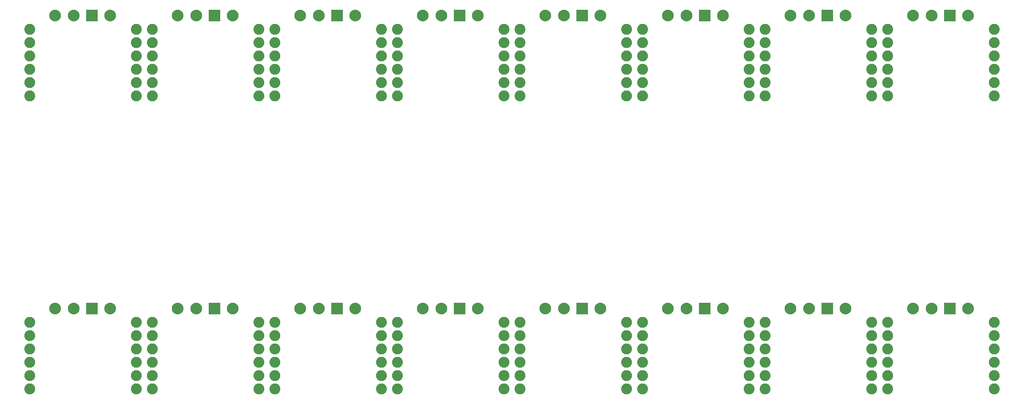
<source format=gbs>
G04 #@! TF.FileFunction,Soldermask,Bot*
%FSLAX46Y46*%
G04 Gerber Fmt 4.6, Leading zero omitted, Abs format (unit mm)*
G04 Created by KiCad (PCBNEW 4.0.6) date 11/19/17 22:49:51*
%MOMM*%
%LPD*%
G01*
G04 APERTURE LIST*
%ADD10C,0.100000*%
%ADD11C,2.235200*%
%ADD12R,2.235200X2.235200*%
%ADD13C,2.082800*%
G04 APERTURE END LIST*
D10*
D11*
X226585551Y-100445689D03*
X230083131Y-100445689D03*
D12*
X233583251Y-100445689D03*
D11*
X237083371Y-100445689D03*
X203217551Y-100445689D03*
X206715131Y-100445689D03*
D12*
X210215251Y-100445689D03*
D11*
X213715371Y-100445689D03*
X179849551Y-100445689D03*
X183347131Y-100445689D03*
D12*
X186847251Y-100445689D03*
D11*
X190347371Y-100445689D03*
X156481551Y-100445689D03*
X159979131Y-100445689D03*
D12*
X163479251Y-100445689D03*
D11*
X166979371Y-100445689D03*
X133113551Y-100445689D03*
X136611131Y-100445689D03*
D12*
X140111251Y-100445689D03*
D11*
X143611371Y-100445689D03*
X109745551Y-100445689D03*
X113243131Y-100445689D03*
D12*
X116743251Y-100445689D03*
D11*
X120243371Y-100445689D03*
X86377551Y-100445689D03*
X89875131Y-100445689D03*
D12*
X93375251Y-100445689D03*
D11*
X96875371Y-100445689D03*
X63009551Y-100445689D03*
X66507131Y-100445689D03*
D12*
X70007251Y-100445689D03*
D11*
X73507371Y-100445689D03*
X226585551Y-44565689D03*
X230083131Y-44565689D03*
D12*
X233583251Y-44565689D03*
D11*
X237083371Y-44565689D03*
X203217551Y-44565689D03*
X206715131Y-44565689D03*
D12*
X210215251Y-44565689D03*
D11*
X213715371Y-44565689D03*
X179849551Y-44565689D03*
X183347131Y-44565689D03*
D12*
X186847251Y-44565689D03*
D11*
X190347371Y-44565689D03*
X156481551Y-44565689D03*
X159979131Y-44565689D03*
D12*
X163479251Y-44565689D03*
D11*
X166979371Y-44565689D03*
X133113551Y-44565689D03*
X136611131Y-44565689D03*
D12*
X140111251Y-44565689D03*
D11*
X143611371Y-44565689D03*
X109745551Y-44565689D03*
X113243131Y-44565689D03*
D12*
X116743251Y-44565689D03*
D11*
X120243371Y-44565689D03*
X86377551Y-44565689D03*
X89875131Y-44565689D03*
D12*
X93375251Y-44565689D03*
D11*
X96875371Y-44565689D03*
D13*
X221759551Y-115812689D03*
X221759551Y-113272689D03*
X221759551Y-110732689D03*
X221759551Y-108192689D03*
X221759551Y-105652689D03*
X221759551Y-103112689D03*
X198391551Y-115812689D03*
X198391551Y-113272689D03*
X198391551Y-110732689D03*
X198391551Y-108192689D03*
X198391551Y-105652689D03*
X198391551Y-103112689D03*
X175023551Y-115812689D03*
X175023551Y-113272689D03*
X175023551Y-110732689D03*
X175023551Y-108192689D03*
X175023551Y-105652689D03*
X175023551Y-103112689D03*
X151655551Y-115812689D03*
X151655551Y-113272689D03*
X151655551Y-110732689D03*
X151655551Y-108192689D03*
X151655551Y-105652689D03*
X151655551Y-103112689D03*
X128287551Y-115812689D03*
X128287551Y-113272689D03*
X128287551Y-110732689D03*
X128287551Y-108192689D03*
X128287551Y-105652689D03*
X128287551Y-103112689D03*
X104919551Y-115812689D03*
X104919551Y-113272689D03*
X104919551Y-110732689D03*
X104919551Y-108192689D03*
X104919551Y-105652689D03*
X104919551Y-103112689D03*
X81551551Y-115812689D03*
X81551551Y-113272689D03*
X81551551Y-110732689D03*
X81551551Y-108192689D03*
X81551551Y-105652689D03*
X81551551Y-103112689D03*
X58183551Y-115812689D03*
X58183551Y-113272689D03*
X58183551Y-110732689D03*
X58183551Y-108192689D03*
X58183551Y-105652689D03*
X58183551Y-103112689D03*
X221759551Y-59932689D03*
X221759551Y-57392689D03*
X221759551Y-54852689D03*
X221759551Y-52312689D03*
X221759551Y-49772689D03*
X221759551Y-47232689D03*
X198391551Y-59932689D03*
X198391551Y-57392689D03*
X198391551Y-54852689D03*
X198391551Y-52312689D03*
X198391551Y-49772689D03*
X198391551Y-47232689D03*
X175023551Y-59932689D03*
X175023551Y-57392689D03*
X175023551Y-54852689D03*
X175023551Y-52312689D03*
X175023551Y-49772689D03*
X175023551Y-47232689D03*
X151655551Y-59932689D03*
X151655551Y-57392689D03*
X151655551Y-54852689D03*
X151655551Y-52312689D03*
X151655551Y-49772689D03*
X151655551Y-47232689D03*
X128287551Y-59932689D03*
X128287551Y-57392689D03*
X128287551Y-54852689D03*
X128287551Y-52312689D03*
X128287551Y-49772689D03*
X128287551Y-47232689D03*
X104919551Y-59932689D03*
X104919551Y-57392689D03*
X104919551Y-54852689D03*
X104919551Y-52312689D03*
X104919551Y-49772689D03*
X104919551Y-47232689D03*
X81551551Y-59932689D03*
X81551551Y-57392689D03*
X81551551Y-54852689D03*
X81551551Y-52312689D03*
X81551551Y-49772689D03*
X81551551Y-47232689D03*
X242079551Y-103112689D03*
X242079551Y-105652689D03*
X242079551Y-108192689D03*
X242079551Y-110732689D03*
X242079551Y-113272689D03*
X242079551Y-115812689D03*
X218711551Y-103112689D03*
X218711551Y-105652689D03*
X218711551Y-108192689D03*
X218711551Y-110732689D03*
X218711551Y-113272689D03*
X218711551Y-115812689D03*
X195343551Y-103112689D03*
X195343551Y-105652689D03*
X195343551Y-108192689D03*
X195343551Y-110732689D03*
X195343551Y-113272689D03*
X195343551Y-115812689D03*
X171975551Y-103112689D03*
X171975551Y-105652689D03*
X171975551Y-108192689D03*
X171975551Y-110732689D03*
X171975551Y-113272689D03*
X171975551Y-115812689D03*
X148607551Y-103112689D03*
X148607551Y-105652689D03*
X148607551Y-108192689D03*
X148607551Y-110732689D03*
X148607551Y-113272689D03*
X148607551Y-115812689D03*
X125239551Y-103112689D03*
X125239551Y-105652689D03*
X125239551Y-108192689D03*
X125239551Y-110732689D03*
X125239551Y-113272689D03*
X125239551Y-115812689D03*
X101871551Y-103112689D03*
X101871551Y-105652689D03*
X101871551Y-108192689D03*
X101871551Y-110732689D03*
X101871551Y-113272689D03*
X101871551Y-115812689D03*
X78503551Y-103112689D03*
X78503551Y-105652689D03*
X78503551Y-108192689D03*
X78503551Y-110732689D03*
X78503551Y-113272689D03*
X78503551Y-115812689D03*
X242079551Y-47232689D03*
X242079551Y-49772689D03*
X242079551Y-52312689D03*
X242079551Y-54852689D03*
X242079551Y-57392689D03*
X242079551Y-59932689D03*
X218711551Y-47232689D03*
X218711551Y-49772689D03*
X218711551Y-52312689D03*
X218711551Y-54852689D03*
X218711551Y-57392689D03*
X218711551Y-59932689D03*
X195343551Y-47232689D03*
X195343551Y-49772689D03*
X195343551Y-52312689D03*
X195343551Y-54852689D03*
X195343551Y-57392689D03*
X195343551Y-59932689D03*
X171975551Y-47232689D03*
X171975551Y-49772689D03*
X171975551Y-52312689D03*
X171975551Y-54852689D03*
X171975551Y-57392689D03*
X171975551Y-59932689D03*
X148607551Y-47232689D03*
X148607551Y-49772689D03*
X148607551Y-52312689D03*
X148607551Y-54852689D03*
X148607551Y-57392689D03*
X148607551Y-59932689D03*
X125239551Y-47232689D03*
X125239551Y-49772689D03*
X125239551Y-52312689D03*
X125239551Y-54852689D03*
X125239551Y-57392689D03*
X125239551Y-59932689D03*
X101871551Y-47232689D03*
X101871551Y-49772689D03*
X101871551Y-52312689D03*
X101871551Y-54852689D03*
X101871551Y-57392689D03*
X101871551Y-59932689D03*
X78503551Y-47232689D03*
X78503551Y-49772689D03*
X78503551Y-52312689D03*
X78503551Y-54852689D03*
X78503551Y-57392689D03*
X78503551Y-59932689D03*
D11*
X63009551Y-44565689D03*
X66507131Y-44565689D03*
D12*
X70007251Y-44565689D03*
D11*
X73507371Y-44565689D03*
D13*
X58183551Y-59932689D03*
X58183551Y-57392689D03*
X58183551Y-54852689D03*
X58183551Y-52312689D03*
X58183551Y-49772689D03*
X58183551Y-47232689D03*
M02*

</source>
